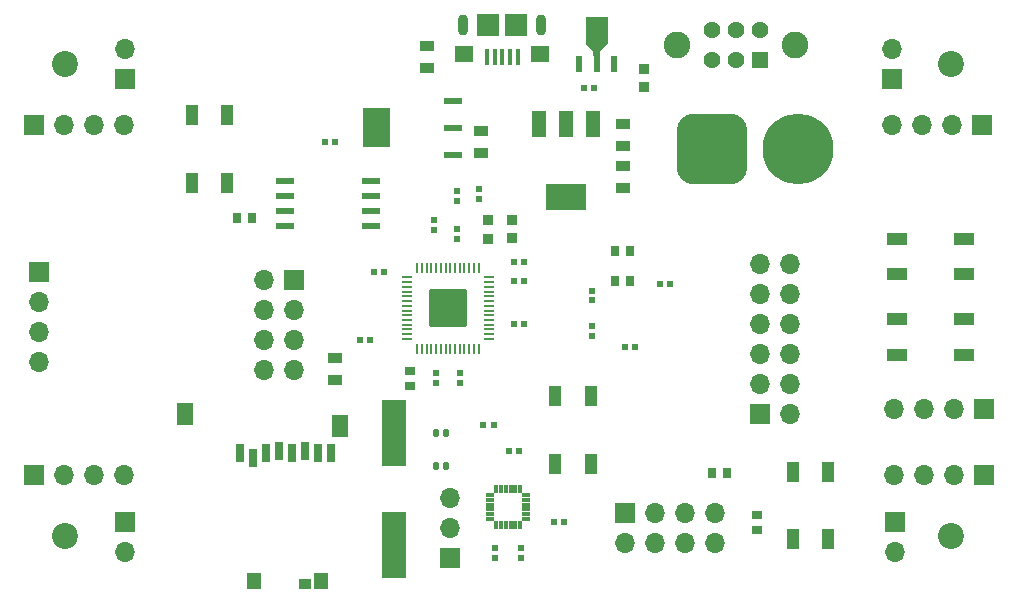
<source format=gbr>
%TF.GenerationSoftware,KiCad,Pcbnew,7.0.1*%
%TF.CreationDate,2023-05-24T15:14:26-04:00*%
%TF.ProjectId,Drone_PCB,44726f6e-655f-4504-9342-2e6b69636164,rev?*%
%TF.SameCoordinates,Original*%
%TF.FileFunction,Soldermask,Top*%
%TF.FilePolarity,Negative*%
%FSLAX46Y46*%
G04 Gerber Fmt 4.6, Leading zero omitted, Abs format (unit mm)*
G04 Created by KiCad (PCBNEW 7.0.1) date 2023-05-24 15:14:26*
%MOMM*%
%LPD*%
G01*
G04 APERTURE LIST*
G04 Aperture macros list*
%AMRoundRect*
0 Rectangle with rounded corners*
0 $1 Rounding radius*
0 $2 $3 $4 $5 $6 $7 $8 $9 X,Y pos of 4 corners*
0 Add a 4 corners polygon primitive as box body*
4,1,4,$2,$3,$4,$5,$6,$7,$8,$9,$2,$3,0*
0 Add four circle primitives for the rounded corners*
1,1,$1+$1,$2,$3*
1,1,$1+$1,$4,$5*
1,1,$1+$1,$6,$7*
1,1,$1+$1,$8,$9*
0 Add four rect primitives between the rounded corners*
20,1,$1+$1,$2,$3,$4,$5,0*
20,1,$1+$1,$4,$5,$6,$7,0*
20,1,$1+$1,$6,$7,$8,$9,0*
20,1,$1+$1,$8,$9,$2,$3,0*%
G04 Aperture macros list end*
%ADD10R,0.590000X0.630000*%
%ADD11R,0.700000X0.900000*%
%ADD12R,1.700000X1.700000*%
%ADD13O,1.700000X1.700000*%
%ADD14R,0.630000X0.590000*%
%ADD15RoundRect,1.500000X-1.500000X-1.500000X1.500000X-1.500000X1.500000X1.500000X-1.500000X1.500000X0*%
%ADD16C,6.000000*%
%ADD17R,1.200000X2.200000*%
%ADD18R,3.500000X2.200000*%
%ADD19R,2.100000X5.600000*%
%ADD20R,1.701800X0.990600*%
%ADD21C,2.200000*%
%ADD22R,0.990600X1.701800*%
%ADD23RoundRect,0.050000X-0.387500X-0.050000X0.387500X-0.050000X0.387500X0.050000X-0.387500X0.050000X0*%
%ADD24RoundRect,0.050000X-0.050000X-0.387500X0.050000X-0.387500X0.050000X0.387500X-0.050000X0.387500X0*%
%ADD25RoundRect,0.144000X-1.456000X-1.456000X1.456000X-1.456000X1.456000X1.456000X-1.456000X1.456000X0*%
%ADD26R,1.438000X1.438000*%
%ADD27C,1.438000*%
%ADD28C,2.265000*%
%ADD29R,0.930000X0.870000*%
%ADD30R,1.524000X0.533400*%
%ADD31R,1.250000X0.855600*%
%ADD32R,0.540000X0.600000*%
%ADD33RoundRect,0.075600X0.194400X-0.224400X0.194400X0.224400X-0.194400X0.224400X-0.194400X-0.224400X0*%
%ADD34R,0.630000X0.560000*%
%ADD35RoundRect,0.006600X-0.313400X-0.103400X0.313400X-0.103400X0.313400X0.103400X-0.313400X0.103400X0*%
%ADD36RoundRect,0.006600X0.103400X-0.313400X0.103400X0.313400X-0.103400X0.313400X-0.103400X-0.313400X0*%
%ADD37RoundRect,0.006600X0.313400X0.103400X-0.313400X0.103400X-0.313400X-0.103400X0.313400X-0.103400X0*%
%ADD38RoundRect,0.006600X-0.103400X0.313400X-0.103400X-0.313400X0.103400X-0.313400X0.103400X0.313400X0*%
%ADD39R,0.900000X0.700000*%
%ADD40R,1.549400X0.609600*%
%ADD41R,0.800000X1.500000*%
%ADD42R,1.000000X0.950000*%
%ADD43R,1.300000X1.400000*%
%ADD44R,1.400000X1.900000*%
%ADD45R,0.600000X0.590000*%
%ADD46R,0.482600X1.397000*%
%ADD47R,0.558800X1.397000*%
%ADD48R,0.400000X1.350000*%
%ADD49R,1.600000X1.400000*%
%ADD50R,1.900000X1.900000*%
%ADD51O,0.900000X1.800000*%
G04 APERTURE END LIST*
%TO.C,U7*%
G36*
X132504500Y-112051000D02*
G01*
X130243900Y-112051000D01*
X130243900Y-108749000D01*
X132504500Y-108749000D01*
X132504500Y-112051000D01*
G37*
%TO.C,U4*%
G36*
X150914400Y-103304800D02*
G01*
X150279400Y-103939800D01*
X150279400Y-104295400D01*
X149720600Y-104295400D01*
X149720600Y-103939800D01*
X149085600Y-103304800D01*
X149085600Y-101044200D01*
X150914400Y-101044200D01*
X150914400Y-103304800D01*
G37*
%TD*%
D10*
%TO.C,C3*%
X127840000Y-111600000D03*
X127000000Y-111600000D03*
%TD*%
D11*
%TO.C,R10*%
X161050000Y-139600000D03*
X159750000Y-139600000D03*
%TD*%
D12*
%TO.C,J4*%
X124400000Y-123260000D03*
D13*
X121860000Y-123260000D03*
X124400000Y-125800000D03*
X121860000Y-125800000D03*
X124400000Y-128340000D03*
X121860000Y-128340000D03*
X124400000Y-130880000D03*
X121860000Y-130880000D03*
%TD*%
D14*
%TO.C,C8*%
X143600000Y-146820000D03*
X143600000Y-145980000D03*
%TD*%
D12*
%TO.C,J10*%
X102800000Y-122600000D03*
D13*
X102800000Y-125140000D03*
X102800000Y-127680000D03*
X102800000Y-130220000D03*
%TD*%
D15*
%TO.C,J13*%
X159800000Y-112200000D03*
D16*
X167000000Y-112200000D03*
%TD*%
D17*
%TO.C,U2*%
X149700000Y-110100000D03*
X147400000Y-110100000D03*
X145100000Y-110100000D03*
D18*
X147400000Y-116300000D03*
%TD*%
D19*
%TO.C,Y1*%
X132800000Y-136250000D03*
X132800000Y-145750000D03*
%TD*%
D20*
%TO.C,SW5*%
X175400000Y-119800000D03*
X181115000Y-119800000D03*
X175400000Y-122800000D03*
X181115000Y-122800000D03*
%TD*%
D21*
%TO.C,H4*%
X180000000Y-145000000D03*
%TD*%
D12*
%TO.C,J9*%
X182620000Y-110200000D03*
D13*
X180080000Y-110200000D03*
X177540000Y-110200000D03*
X175000000Y-110200000D03*
%TD*%
D22*
%TO.C,SW2*%
X146500000Y-138857500D03*
X146500000Y-133142500D03*
X149500000Y-138857500D03*
X149500000Y-133142500D03*
%TD*%
D14*
%TO.C,C6*%
X149600000Y-125020000D03*
X149600000Y-124180000D03*
%TD*%
D11*
%TO.C,R6*%
X152850000Y-123400000D03*
X151550000Y-123400000D03*
%TD*%
D23*
%TO.C,U1*%
X133962500Y-123075000D03*
X133962500Y-123475000D03*
X133962500Y-123875000D03*
X133962500Y-124275000D03*
X133962500Y-124675000D03*
X133962500Y-125075000D03*
X133962500Y-125475000D03*
X133962500Y-125875000D03*
X133962500Y-126275000D03*
X133962500Y-126675000D03*
X133962500Y-127075000D03*
X133962500Y-127475000D03*
X133962500Y-127875000D03*
X133962500Y-128275000D03*
D24*
X134800000Y-129112500D03*
X135200000Y-129112500D03*
X135600000Y-129112500D03*
X136000000Y-129112500D03*
X136400000Y-129112500D03*
X136800000Y-129112500D03*
X137200000Y-129112500D03*
X137600000Y-129112500D03*
X138000000Y-129112500D03*
X138400000Y-129112500D03*
X138800000Y-129112500D03*
X139200000Y-129112500D03*
X139600000Y-129112500D03*
X140000000Y-129112500D03*
D23*
X140837500Y-128275000D03*
X140837500Y-127875000D03*
X140837500Y-127475000D03*
X140837500Y-127075000D03*
X140837500Y-126675000D03*
X140837500Y-126275000D03*
X140837500Y-125875000D03*
X140837500Y-125475000D03*
X140837500Y-125075000D03*
X140837500Y-124675000D03*
X140837500Y-124275000D03*
X140837500Y-123875000D03*
X140837500Y-123475000D03*
X140837500Y-123075000D03*
D24*
X140000000Y-122237500D03*
X139600000Y-122237500D03*
X139200000Y-122237500D03*
X138800000Y-122237500D03*
X138400000Y-122237500D03*
X138000000Y-122237500D03*
X137600000Y-122237500D03*
X137200000Y-122237500D03*
X136800000Y-122237500D03*
X136400000Y-122237500D03*
X136000000Y-122237500D03*
X135600000Y-122237500D03*
X135200000Y-122237500D03*
X134800000Y-122237500D03*
D25*
X137400000Y-125675000D03*
%TD*%
D26*
%TO.C,S1*%
X163800000Y-104650000D03*
D27*
X161800000Y-104650000D03*
X159800000Y-104650000D03*
X163800000Y-102150000D03*
X161800000Y-102150000D03*
X159800000Y-102150000D03*
D28*
X166800000Y-103400000D03*
X156800000Y-103400000D03*
%TD*%
D10*
%TO.C,C23*%
X143000000Y-121800000D03*
X143840000Y-121800000D03*
%TD*%
%TO.C,C20*%
X130820000Y-128400000D03*
X129980000Y-128400000D03*
%TD*%
D29*
%TO.C,C14*%
X142800000Y-119762500D03*
X142800000Y-118202500D03*
%TD*%
D12*
%TO.C,J16*%
X175225000Y-143750000D03*
D13*
X175225000Y-146290000D03*
%TD*%
D14*
%TO.C,C16*%
X138400000Y-131180000D03*
X138400000Y-132020000D03*
%TD*%
D29*
%TO.C,C26*%
X154000000Y-106980000D03*
X154000000Y-105420000D03*
%TD*%
D30*
%TO.C,U5*%
X123592600Y-114932500D03*
X123592600Y-116202500D03*
X123592600Y-117472500D03*
X123592600Y-118742500D03*
X130882400Y-118742500D03*
X130882400Y-117472500D03*
X130882400Y-116202500D03*
X130882400Y-114932500D03*
%TD*%
D31*
%TO.C,C11*%
X135600000Y-103472200D03*
X135600000Y-105327800D03*
%TD*%
D29*
%TO.C,C13*%
X140800000Y-119780000D03*
X140800000Y-118220000D03*
%TD*%
D22*
%TO.C,SW1*%
X118700000Y-109342500D03*
X118700000Y-115057500D03*
X115700000Y-109342500D03*
X115700000Y-115057500D03*
%TD*%
D32*
%TO.C,R12*%
X153232000Y-129000000D03*
X152368000Y-129000000D03*
%TD*%
D12*
%TO.C,J17*%
X110025000Y-143750000D03*
D13*
X110025000Y-146290000D03*
%TD*%
D14*
%TO.C,C18*%
X138200000Y-118980000D03*
X138200000Y-119820000D03*
%TD*%
D33*
%TO.C,C4*%
X136370000Y-139000000D03*
X137230000Y-139000000D03*
%TD*%
D12*
%TO.C,J15*%
X175025000Y-106250000D03*
D13*
X175025000Y-103710000D03*
%TD*%
D32*
%TO.C,R11*%
X155368000Y-123600000D03*
X156232000Y-123600000D03*
%TD*%
D14*
%TO.C,C9*%
X141420000Y-146820000D03*
X141420000Y-145980000D03*
%TD*%
%TO.C,C15*%
X136200000Y-119020000D03*
X136200000Y-118180000D03*
%TD*%
D34*
%TO.C,C24*%
X149600000Y-127165000D03*
X149600000Y-128035000D03*
%TD*%
D12*
%TO.C,J8*%
X182820000Y-139800000D03*
D13*
X180280000Y-139800000D03*
X177740000Y-139800000D03*
X175200000Y-139800000D03*
%TD*%
D11*
%TO.C,R3*%
X119550000Y-118000000D03*
X120850000Y-118000000D03*
%TD*%
D10*
%TO.C,C22*%
X132020000Y-122637500D03*
X131180000Y-122637500D03*
%TD*%
%TO.C,C25*%
X149800000Y-107000000D03*
X148960000Y-107000000D03*
%TD*%
D33*
%TO.C,C5*%
X136370000Y-136200000D03*
X137230000Y-136200000D03*
%TD*%
D12*
%TO.C,J3*%
X137600000Y-146800000D03*
D13*
X137600000Y-144260000D03*
X137600000Y-141720000D03*
%TD*%
D11*
%TO.C,R5*%
X152850000Y-120800000D03*
X151550000Y-120800000D03*
%TD*%
D35*
%TO.C,U3*%
X140955000Y-141500000D03*
X140955000Y-141900000D03*
X140955000Y-142300000D03*
X140955000Y-142700000D03*
X140955000Y-143100000D03*
X140955000Y-143500000D03*
D36*
X141500000Y-144045000D03*
X141900000Y-144045000D03*
X142300000Y-144045000D03*
X142700000Y-144045000D03*
X143100000Y-144045000D03*
X143500000Y-144045000D03*
D37*
X144045000Y-143500000D03*
X144045000Y-143100000D03*
X144045000Y-142700000D03*
X144045000Y-142300000D03*
X144045000Y-141900000D03*
X144045000Y-141500000D03*
D38*
X143500000Y-140955000D03*
X143100000Y-140955000D03*
X142700000Y-140955000D03*
X142300000Y-140955000D03*
X141900000Y-140955000D03*
X141500000Y-140955000D03*
%TD*%
D31*
%TO.C,C10*%
X127800000Y-129872200D03*
X127800000Y-131727800D03*
%TD*%
D39*
%TO.C,R9*%
X163600000Y-143150000D03*
X163600000Y-144450000D03*
%TD*%
D12*
%TO.C,J7*%
X102380000Y-139800000D03*
D13*
X104920000Y-139800000D03*
X107460000Y-139800000D03*
X110000000Y-139800000D03*
%TD*%
D21*
%TO.C,H3*%
X180000000Y-105000000D03*
%TD*%
D14*
%TO.C,C17*%
X136400000Y-132020000D03*
X136400000Y-131180000D03*
%TD*%
D32*
%TO.C,R8*%
X141264000Y-135600000D03*
X140400000Y-135600000D03*
%TD*%
D20*
%TO.C,SW4*%
X175400000Y-126600000D03*
X181115000Y-126600000D03*
X175400000Y-129600000D03*
X181115000Y-129600000D03*
%TD*%
D40*
%TO.C,U7*%
X137825800Y-112698700D03*
X137825800Y-110400000D03*
X137825800Y-108101300D03*
%TD*%
D21*
%TO.C,H2*%
X105000000Y-145000000D03*
%TD*%
D12*
%TO.C,J6*%
X102380000Y-110200000D03*
D13*
X104920000Y-110200000D03*
X107460000Y-110200000D03*
X110000000Y-110200000D03*
%TD*%
D12*
%TO.C,J12*%
X182800000Y-134200000D03*
D13*
X180260000Y-134200000D03*
X177720000Y-134200000D03*
X175180000Y-134200000D03*
%TD*%
D12*
%TO.C,J14*%
X110025000Y-106250000D03*
D13*
X110025000Y-103710000D03*
%TD*%
D41*
%TO.C,J1*%
X119800000Y-137940000D03*
X120900000Y-138340000D03*
X122000000Y-137940000D03*
X123100000Y-137740000D03*
X124200000Y-137940000D03*
X125300000Y-137740000D03*
X126400000Y-137940000D03*
X127500000Y-137940000D03*
D42*
X125300000Y-149025000D03*
D43*
X126690000Y-148800000D03*
X120990000Y-148800000D03*
D44*
X115140000Y-134650000D03*
X128290000Y-135650000D03*
%TD*%
D45*
%TO.C,R2*%
X140000000Y-115600000D03*
X140000000Y-116440000D03*
%TD*%
D46*
%TO.C,U4*%
X148505000Y-104993900D03*
D47*
X150000000Y-104993900D03*
D46*
X151495000Y-104993900D03*
%TD*%
D10*
%TO.C,C19*%
X143840000Y-123400000D03*
X143000000Y-123400000D03*
%TD*%
D31*
%TO.C,C12*%
X140200000Y-110672200D03*
X140200000Y-112527800D03*
%TD*%
D39*
%TO.C,R4*%
X134200000Y-130950000D03*
X134200000Y-132250000D03*
%TD*%
D21*
%TO.C,H1*%
X105000000Y-105000000D03*
%TD*%
D10*
%TO.C,C21*%
X142980000Y-127000000D03*
X143820000Y-127000000D03*
%TD*%
D48*
%TO.C,J2*%
X143300000Y-104400000D03*
X142650000Y-104400000D03*
X142000000Y-104400000D03*
X141350000Y-104400000D03*
X140700000Y-104400000D03*
D49*
X145200000Y-104175000D03*
X138800000Y-104175000D03*
D50*
X140800000Y-101725000D03*
X143200000Y-101725000D03*
D51*
X145300000Y-101725000D03*
X138700000Y-101725000D03*
%TD*%
D12*
%TO.C,J11*%
X163800000Y-134620000D03*
D13*
X166340000Y-134620000D03*
X163800000Y-132080000D03*
X166340000Y-132080000D03*
X163800000Y-129540000D03*
X166340000Y-129540000D03*
X163800000Y-127000000D03*
X166340000Y-127000000D03*
X163800000Y-124460000D03*
X166340000Y-124460000D03*
X163800000Y-121920000D03*
X166340000Y-121920000D03*
%TD*%
D31*
%TO.C,C2*%
X152200000Y-110072200D03*
X152200000Y-111927800D03*
%TD*%
D45*
%TO.C,R1*%
X138200000Y-115780000D03*
X138200000Y-116620000D03*
%TD*%
D31*
%TO.C,C1*%
X152200000Y-115527800D03*
X152200000Y-113672200D03*
%TD*%
D12*
%TO.C,J5*%
X152400000Y-143000000D03*
D13*
X152400000Y-145540000D03*
X154940000Y-143000000D03*
X154940000Y-145540000D03*
X157480000Y-143000000D03*
X157480000Y-145540000D03*
X160020000Y-143000000D03*
X160020000Y-145540000D03*
%TD*%
D32*
%TO.C,R7*%
X142568000Y-137800000D03*
X143432000Y-137800000D03*
%TD*%
D22*
%TO.C,SW3*%
X166600000Y-145257500D03*
X166600000Y-139542500D03*
X169600000Y-145257500D03*
X169600000Y-139542500D03*
%TD*%
D10*
%TO.C,C7*%
X146380000Y-143800000D03*
X147220000Y-143800000D03*
%TD*%
M02*

</source>
